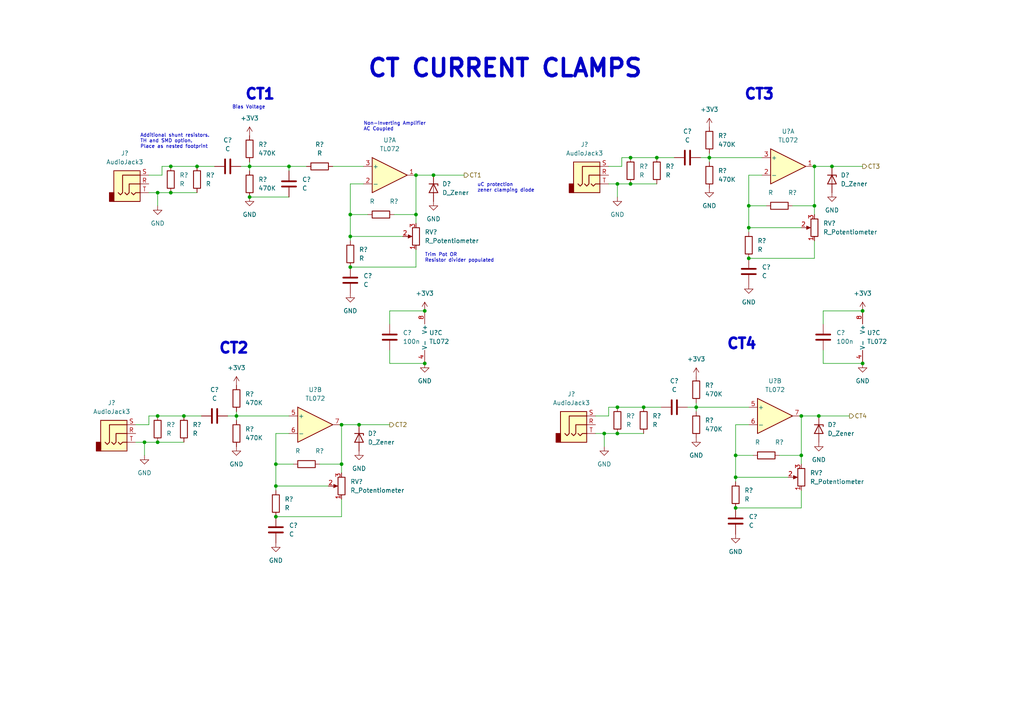
<source format=kicad_sch>
(kicad_sch (version 20211123) (generator eeschema)
  (paper "A4")
  (title_block (title "Awesome Bestest Energy Monitor") (rev "1.0"))
  (lib_symbols
    (symbol "Amplifier_Operational:TL072" (pin_names (offset 0.127))
      (property "Reference" "U" (at 0 5.08 0))
      (property "Value" "TL072" (at 0 -5.08 0))
      (symbol "TL072_1_1"
        (polyline (pts (xy -5.08 5.08) (xy 5.08 0) (xy -5.08 -5.08) (xy -5.08 5.08)) (stroke (width 0.254)) (fill (type background)))
        (pin output line (at 7.62 0 180) (length 2.54) (name "~") (number "1"))
        (pin input line (at -7.62 -2.54 0) (length 2.54) (name "-") (number "2"))
        (pin input line (at -7.62 2.54 0) (length 2.54) (name "+") (number "3"))
      )
      (symbol "TL072_2_1"
        (polyline (pts (xy -5.08 5.08) (xy 5.08 0) (xy -5.08 -5.08) (xy -5.08 5.08)) (stroke (width 0.254)) (fill (type background)))
        (pin input line (at -7.62 2.54 0) (length 2.54) (name "+") (number "5"))
        (pin input line (at -7.62 -2.54 0) (length 2.54) (name "-") (number "6"))
        (pin output line (at 7.62 0 180) (length 2.54) (name "~") (number "7"))
      )
      (symbol "TL072_3_1"
        (pin power_in line (at -2.54 -7.62 90) (length 3.81) (name "V-") (number "4"))
        (pin power_in line (at -2.54 7.62 270) (length 3.81) (name "V+") (number "8"))
      )
    )
    (symbol "Connector:AudioJack3"
      (property "Reference" "J" (at 0 8.89 0))
      (property "Value" "AudioJack3" (at 0 6.35 0))
      (symbol "AudioJack3_0_1"
        (rectangle (start -5.08 -5.08) (end -6.35 -2.54) (stroke (width 0.254)) (fill (type outline)))
        (polyline (pts (xy 0 -2.54) (xy 0.635 -3.175) (xy 1.27 -2.54) (xy 2.54 -2.54)) (stroke (width 0.254)))
        (polyline (pts (xy -1.905 -2.54) (xy -1.27 -3.175) (xy -0.635 -2.54) (xy -0.635 0) (xy 2.54 0)) (stroke (width 0.254)))
        (polyline (pts (xy 2.54 2.54) (xy -2.54 2.54) (xy -2.54 -2.54) (xy -3.175 -3.175) (xy -3.81 -2.54)) (stroke (width 0.254)))
        (rectangle (start 2.54 3.81) (end -5.08 -5.08) (stroke (width 0.254)) (fill (type background)))
      )
      (symbol "AudioJack3_1_1"
        (pin passive line (at 5.08 0 180) (length 2.54) (name "~") (number "R"))
        (pin passive line (at 5.08 2.54 180) (length 2.54) (name "~") (number "S"))
        (pin passive line (at 5.08 -2.54 180) (length 2.54) (name "~") (number "T"))
      )
    )
    (symbol "Device:C" (pin_numbers hide) (pin_names (offset 0.254))
      (property "Reference" "C" (at 0.635 2.54 0))
      (property "Value" "C" (at 0.635 -2.54 0))
      (symbol "C_0_1"
        (polyline (pts (xy -2.032 -0.762) (xy 2.032 -0.762)) (stroke (width 0.508)))
        (polyline (pts (xy -2.032 0.762) (xy 2.032 0.762)) (stroke (width 0.508)))
      )
      (symbol "C_1_1"
        (pin passive line (at 0 3.81 270) (length 2.794) (name "~") (number "1"))
        (pin passive line (at 0 -3.81 90) (length 2.794) (name "~") (number "2"))
      )
    )
    (symbol "Device:D_Zener" (pin_numbers hide) (pin_names (offset 1.016) hide)
      (property "Reference" "D" (at 0 2.54 0))
      (property "Value" "D_Zener" (at 0 -2.54 0))
      (symbol "D_Zener_0_1"
        (polyline (pts (xy 1.27 0) (xy -1.27 0)))
        (polyline (pts (xy -1.27 -1.27) (xy -1.27 1.27) (xy -0.762 1.27)) (stroke (width 0.254)))
        (polyline (pts (xy 1.27 -1.27) (xy 1.27 1.27) (xy -1.27 0) (xy 1.27 -1.27)) (stroke (width 0.254)))
      )
      (symbol "D_Zener_1_1"
        (pin passive line (at -3.81 0 0) (length 2.54) (name "K") (number "1"))
        (pin passive line (at 3.81 0 180) (length 2.54) (name "A") (number "2"))
      )
    )
    (symbol "Device:R" (pin_numbers hide) (pin_names (offset 0))
      (property "Reference" "R" (at 2.032 0 90))
      (property "Value" "R" (at 0 0 90))
      (symbol "R_0_1"
        (rectangle (start -1.016 -2.54) (end 1.016 2.54) (stroke (width 0.254)))
      )
      (symbol "R_1_1"
        (pin passive line (at 0 3.81 270) (length 1.27) (name "~") (number "1"))
        (pin passive line (at 0 -3.81 90) (length 1.27) (name "~") (number "2"))
      )
    )
    (symbol "Device:R_Potentiometer" (pin_names (offset 1.016) hide)
      (property "Reference" "RV" (at -4.445 0 90))
      (property "Value" "R_Potentiometer" (at -2.54 0 90))
      (symbol "R_Potentiometer_0_1"
        (polyline (pts (xy 2.54 0) (xy 1.524 0)))
        (polyline (pts (xy 1.143 0) (xy 2.286 0.508) (xy 2.286 -0.508) (xy 1.143 0)) (fill (type outline)))
        (rectangle (start 1.016 2.54) (end -1.016 -2.54) (stroke (width 0.254)))
      )
      (symbol "R_Potentiometer_1_1"
        (pin passive line (at 0 3.81 270) (length 1.27) (name "1") (number "1"))
        (pin passive line (at 3.81 0 180) (length 1.27) (name "2") (number "2"))
        (pin passive line (at 0 -3.81 90) (length 1.27) (name "3") (number "3"))
      )
    )
    (symbol "power:+3V3" (power) (pin_names (offset 0))
      (property "Value" "+3V3" (at 0 3.556 0))
      (symbol "+3V3_0_1"
        (polyline (pts (xy -0.762 1.27) (xy 0 2.54)))
        (polyline (pts (xy 0 0) (xy 0 2.54)))
        (polyline (pts (xy 0 2.54) (xy 0.762 1.27)))
      )
      (symbol "+3V3_1_1"
        (pin power_in line (at 0 0 90) (length 0) hide (name "+3V3") (number "1"))
      )
    )
    (symbol "power:GND" (power) (pin_names (offset 0))
      (property "Value" "GND" (at 0 -3.81 0))
      (symbol "GND_0_1"
        (polyline (pts (xy 0 0) (xy 0 -1.27) (xy 1.27 -1.27) (xy 0 -2.54) (xy -1.27 -1.27) (xy 0 -1.27)))
      )
      (symbol "GND_1_1"
        (pin power_in line (at 0 0 270) (length 0) hide (name "GND") (number "1"))
      )
    )
  )
  (junction (at 217.17 66.04))
  (junction (at 125.73 50.8))
  (junction (at 190.5 45.72))
  (junction (at 72.39 48.26))
  (junction (at 232.41 132.08))
  (junction (at 45.72 120.65))
  (junction (at 236.22 59.69))
  (junction (at 250.19 90.17))
  (junction (at 104.14 123.19))
  (junction (at 72.39 57.15))
  (junction (at 80.01 140.97))
  (junction (at 99.06 123.19))
  (junction (at 182.88 45.72))
  (junction (at 41.91 128.27))
  (junction (at 250.19 105.41))
  (junction (at 49.53 55.88))
  (junction (at 120.65 62.23))
  (junction (at 186.69 118.11))
  (junction (at 232.41 120.65))
  (junction (at 49.53 48.26))
  (junction (at 237.49 120.65))
  (junction (at 201.93 118.11))
  (junction (at 217.17 59.69))
  (junction (at 45.72 55.88))
  (junction (at 182.88 53.34))
  (junction (at 179.07 53.34))
  (junction (at 45.72 128.27))
  (junction (at 241.3 48.26))
  (junction (at 83.82 48.26))
  (junction (at 99.06 134.62))
  (junction (at 213.36 147.32))
  (junction (at 101.6 68.58))
  (junction (at 57.15 48.26))
  (junction (at 217.17 74.93))
  (junction (at 123.19 105.41))
  (junction (at 101.6 62.23))
  (junction (at 120.65 50.8))
  (junction (at 236.22 48.26))
  (junction (at 179.07 118.11))
  (junction (at 80.01 149.86))
  (junction (at 179.07 125.73))
  (junction (at 80.01 134.62))
  (junction (at 68.58 120.65))
  (junction (at 53.34 120.65))
  (junction (at 213.36 132.08))
  (junction (at 175.26 125.73))
  (junction (at 205.74 45.72))
  (junction (at 213.36 138.43))
  (junction (at 101.6 77.47))
  (junction (at 123.19 90.17))
  (wire (pts (xy 113.03 105.41) (xy 123.19 105.41)))
  (wire (pts (xy 213.36 132.08) (xy 213.36 138.43)))
  (wire (pts (xy 80.01 149.86) (xy 99.06 149.86)))
  (wire (pts (xy 232.41 142.24) (xy 232.41 147.32)))
  (wire (pts (xy 213.36 138.43) (xy 213.36 139.7)))
  (wire (pts (xy 201.93 118.11) (xy 217.17 118.11)))
  (wire (pts (xy 45.72 120.65) (xy 53.34 120.65)))
  (wire (pts (xy 101.6 53.34) (xy 105.41 53.34)))
  (wire (pts (xy 217.17 59.69) (xy 222.25 59.69)))
  (wire (pts (xy 113.03 101.6) (xy 113.03 105.41)))
  (wire (pts (xy 101.6 68.58) (xy 116.84 68.58)))
  (wire (pts (xy 113.03 90.17) (xy 123.19 90.17)))
  (wire (pts (xy 96.52 48.26) (xy 105.41 48.26)))
  (wire (pts (xy 101.6 62.23) (xy 106.68 62.23)))
  (wire (pts (xy 229.87 59.69) (xy 236.22 59.69)))
  (wire (pts (xy 41.91 128.27) (xy 41.91 132.08)))
  (wire (pts (xy 237.49 120.65) (xy 246.38 120.65)))
  (wire (pts (xy 238.76 105.41) (xy 250.19 105.41)))
  (wire (pts (xy 213.36 132.08) (xy 218.44 132.08)))
  (wire (pts (xy 80.01 125.73) (xy 83.82 125.73)))
  (wire (pts (xy 236.22 48.26) (xy 241.3 48.26)))
  (wire (pts (xy 213.36 132.08) (xy 213.36 123.19)))
  (wire (pts (xy 72.39 48.26) (xy 83.82 48.26)))
  (wire (pts (xy 182.88 45.72) (xy 180.34 45.72)))
  (wire (pts (xy 46.99 48.26) (xy 46.99 50.8)))
  (wire (pts (xy 182.88 45.72) (xy 190.5 45.72)))
  (wire (pts (xy 176.53 53.34) (xy 179.07 53.34)))
  (wire (pts (xy 43.18 55.88) (xy 45.72 55.88)))
  (wire (pts (xy 49.53 55.88) (xy 57.15 55.88)))
  (wire (pts (xy 80.01 140.97) (xy 80.01 142.24)))
  (wire (pts (xy 179.07 118.11) (xy 176.53 118.11)))
  (wire (pts (xy 80.01 140.97) (xy 95.25 140.97)))
  (wire (pts (xy 226.06 132.08) (xy 232.41 132.08)))
  (wire (pts (xy 43.18 50.8) (xy 46.99 50.8)))
  (wire (pts (xy 80.01 134.62) (xy 80.01 140.97)))
  (wire (pts (xy 205.74 45.72) (xy 220.98 45.72)))
  (wire (pts (xy 213.36 147.32) (xy 232.41 147.32)))
  (wire (pts (xy 66.04 120.65) (xy 68.58 120.65)))
  (wire (pts (xy 101.6 62.23) (xy 101.6 68.58)))
  (wire (pts (xy 201.93 116.84) (xy 201.93 118.11)))
  (wire (pts (xy 45.72 55.88) (xy 45.72 59.69)))
  (wire (pts (xy 120.65 72.39) (xy 120.65 77.47)))
  (wire (pts (xy 101.6 62.23) (xy 101.6 53.34)))
  (wire (pts (xy 68.58 120.65) (xy 68.58 121.92)))
  (wire (pts (xy 179.07 53.34) (xy 179.07 57.15)))
  (wire (pts (xy 205.74 44.45) (xy 205.74 45.72)))
  (wire (pts (xy 232.41 132.08) (xy 232.41 120.65)))
  (wire (pts (xy 114.3 62.23) (xy 120.65 62.23)))
  (wire (pts (xy 217.17 59.69) (xy 217.17 66.04)))
  (wire (pts (xy 99.06 123.19) (xy 104.14 123.19)))
  (wire (pts (xy 43.18 120.65) (xy 43.18 123.19)))
  (wire (pts (xy 213.36 123.19) (xy 217.17 123.19)))
  (wire (pts (xy 83.82 48.26) (xy 83.82 49.53)))
  (wire (pts (xy 101.6 68.58) (xy 101.6 69.85)))
  (wire (pts (xy 83.82 48.26) (xy 88.9 48.26)))
  (wire (pts (xy 99.06 137.16) (xy 99.06 134.62)))
  (wire (pts (xy 190.5 45.72) (xy 195.58 45.72)))
  (wire (pts (xy 99.06 134.62) (xy 99.06 123.19)))
  (wire (pts (xy 69.85 48.26) (xy 72.39 48.26)))
  (wire (pts (xy 72.39 46.99) (xy 72.39 48.26)))
  (wire (pts (xy 238.76 101.6) (xy 238.76 105.41)))
  (wire (pts (xy 45.72 128.27) (xy 53.34 128.27)))
  (wire (pts (xy 120.65 64.77) (xy 120.65 62.23)))
  (wire (pts (xy 199.39 118.11) (xy 201.93 118.11)))
  (wire (pts (xy 176.53 48.26) (xy 180.34 48.26)))
  (wire (pts (xy 217.17 59.69) (xy 217.17 50.8)))
  (wire (pts (xy 236.22 59.69) (xy 236.22 48.26)))
  (wire (pts (xy 72.39 57.15) (xy 83.82 57.15)))
  (wire (pts (xy 217.17 66.04) (xy 232.41 66.04)))
  (wire (pts (xy 176.53 118.11) (xy 176.53 120.65)))
  (wire (pts (xy 179.07 125.73) (xy 186.69 125.73)))
  (wire (pts (xy 175.26 125.73) (xy 175.26 129.54)))
  (wire (pts (xy 72.39 48.26) (xy 72.39 49.53)))
  (wire (pts (xy 172.72 125.73) (xy 175.26 125.73)))
  (wire (pts (xy 203.2 45.72) (xy 205.74 45.72)))
  (wire (pts (xy 45.72 55.88) (xy 49.53 55.88)))
  (wire (pts (xy 232.41 120.65) (xy 237.49 120.65)))
  (wire (pts (xy 104.14 123.19) (xy 113.03 123.19)))
  (wire (pts (xy 205.74 45.72) (xy 205.74 46.99)))
  (wire (pts (xy 113.03 93.98) (xy 113.03 90.17)))
  (wire (pts (xy 179.07 118.11) (xy 186.69 118.11)))
  (wire (pts (xy 39.37 128.27) (xy 41.91 128.27)))
  (wire (pts (xy 99.06 144.78) (xy 99.06 149.86)))
  (wire (pts (xy 236.22 62.23) (xy 236.22 59.69)))
  (wire (pts (xy 217.17 74.93) (xy 236.22 74.93)))
  (wire (pts (xy 236.22 69.85) (xy 236.22 74.93)))
  (wire (pts (xy 182.88 53.34) (xy 190.5 53.34)))
  (wire (pts (xy 120.65 50.8) (xy 125.73 50.8)))
  (wire (pts (xy 186.69 118.11) (xy 191.77 118.11)))
  (wire (pts (xy 125.73 50.8) (xy 134.62 50.8)))
  (wire (pts (xy 80.01 134.62) (xy 80.01 125.73)))
  (wire (pts (xy 238.76 90.17) (xy 250.19 90.17)))
  (wire (pts (xy 68.58 120.65) (xy 83.82 120.65)))
  (wire (pts (xy 92.71 134.62) (xy 99.06 134.62)))
  (wire (pts (xy 213.36 138.43) (xy 228.6 138.43)))
  (wire (pts (xy 45.72 120.65) (xy 43.18 120.65)))
  (wire (pts (xy 201.93 118.11) (xy 201.93 119.38)))
  (wire (pts (xy 41.91 128.27) (xy 45.72 128.27)))
  (wire (pts (xy 241.3 48.26) (xy 250.19 48.26)))
  (wire (pts (xy 57.15 48.26) (xy 62.23 48.26)))
  (wire (pts (xy 175.26 125.73) (xy 179.07 125.73)))
  (wire (pts (xy 179.07 53.34) (xy 182.88 53.34)))
  (wire (pts (xy 53.34 120.65) (xy 58.42 120.65)))
  (wire (pts (xy 180.34 45.72) (xy 180.34 48.26)))
  (wire (pts (xy 232.41 134.62) (xy 232.41 132.08)))
  (wire (pts (xy 49.53 48.26) (xy 46.99 48.26)))
  (wire (pts (xy 80.01 134.62) (xy 85.09 134.62)))
  (wire (pts (xy 217.17 66.04) (xy 217.17 67.31)))
  (wire (pts (xy 120.65 62.23) (xy 120.65 50.8)))
  (wire (pts (xy 39.37 123.19) (xy 43.18 123.19)))
  (wire (pts (xy 101.6 77.47) (xy 120.65 77.47)))
  (wire (pts (xy 172.72 120.65) (xy 176.53 120.65)))
  (wire (pts (xy 238.76 93.98) (xy 238.76 90.17)))
  (wire (pts (xy 68.58 119.38) (xy 68.58 120.65)))
  (wire (pts (xy 49.53 48.26) (xy 57.15 48.26)))
  (wire (pts (xy 217.17 50.8) (xy 220.98 50.8)))
  (text "Additional shunt resistors. \nTH and SMD option. \nPlace as nested footprint" (at 40.64 43.18 0) (effects (font (size 1 1)) (justify left bottom)))
  (text "uC protection\nzener clamping diode" (at 138.43 55.88 0) (effects (font (size 1 1)) (justify left bottom)))
  (text "Trim Pot OR \nResistor divider populated" (at 123.19 76.2 0) (effects (font (size 1 1)) (justify left bottom)))
  (text "CT4" (at 219.71 101.6 180) (effects (font (size 3 3) (thickness 1) bold) (justify right bottom)))
  (text "CT CURRENT CLAMPS" (at 186.69 22.86 180) (effects (font (size 5 5) (thickness 1) bold) (justify right bottom)))
  (text "CT1" (at 80.01 29.21 180) (effects (font (size 3 3) (thickness 1) bold) (justify right bottom)))
  (text "Bias Voltage" (at 67.31 31.75 0) (effects (font (size 1 1)) (justify left bottom)))
  (text "Non-Inverting Amplifier\nAC Coupled" (at 105.41 38.1 0) (effects (font (size 1 1)) (justify left bottom)))
  (text "CT2" (at 72.39 102.87 180) (effects (font (size 3 3) (thickness 1) bold) (justify right bottom)))
  (text "CT3" (at 224.79 29.21 180) (effects (font (size 3 3) (thickness 1) bold) (justify right bottom)))
  (hierarchical_label "CT2" (shape output) (at 113.03 123.19 0))
  (hierarchical_label "CT1" (shape output) (at 134.62 50.8 0))
  (hierarchical_label "CT3" (shape output) (at 250.19 48.26 0))
  (hierarchical_label "CT4" (shape output) (at 246.38 120.65 0))
  (symbol (lib_id "Device:R") (at 213.36 143.51 0) (unit 1)
    (property "Reference" "R?" (at 215.9 142.2399 0) (effects (justify left)))
    (property "Value" "R" (at 215.9 144.7799 0) (effects (justify left)))
    (property "Footprint" "Resistor_SMD:R_0603_1608Metric_Pad0.98x0.95mm_HandSolder" (effects hide))
  )
  (symbol (lib_id "Device:R") (at 201.93 113.03 0) (unit 1)
    (property "Reference" "R?" (at 204.47 111.7599 0) (effects (justify left)))
    (property "Value" "470K" (at 204.47 114.2999 0) (effects (justify left)))
    (property "Footprint" "Resistor_SMD:R_0603_1608Metric_Pad0.98x0.95mm_HandSolder" (effects hide))
  )
  (symbol (lib_id "Device:C") (at 199.39 45.72 90) (unit 1)
    (property "Reference" "C?" (at 199.39 38.1 90))
    (property "Value" "C" (at 199.39 40.64 90))
    (property "Footprint" "Capacitor_SMD:C_0603_1608Metric_Pad1.08x0.95mm_HandSolder" (effects hide))
  )
  (symbol (lib_id "power:GND") (at 213.36 154.94 0) (unit 1)
    (property "Reference" "#PWR?" (effects hide))
    (property "Value" "GND" (at 213.36 160.02 0))
  )
  (symbol (lib_id "Amplifier_Operational:TL072") (at 113.03 50.8 0) (unit 1)
    (property "Reference" "U?" (at 113.03 40.64 0))
    (property "Value" "TL072" (at 113.03 43.18 0))
    (property "Datasheet" "http://www.ti.com/lit/ds/symlink/tl071.pdf" (effects hide))
  )
  (symbol (lib_id "Connector:AudioJack3") (at 171.45 50.8 0) (unit 1)
    (property "Reference" "J?" (at 169.545 41.91 0))
    (property "Value" "AudioJack3" (at 169.545 44.45 0))
  )
  (symbol (lib_id "Device:R") (at 101.6 73.66 0) (unit 1)
    (property "Reference" "R?" (at 104.14 72.3899 0) (effects (justify left)))
    (property "Value" "R" (at 104.14 74.9299 0) (effects (justify left)))
    (property "Footprint" "Resistor_SMD:R_0603_1608Metric_Pad0.98x0.95mm_HandSolder" (effects hide))
  )
  (symbol (lib_id "power:GND") (at 41.91 132.08 0) (unit 1)
    (property "Reference" "#PWR?" (effects hide))
    (property "Value" "GND" (at 41.91 137.16 0))
  )
  (symbol (lib_id "power:+3V3") (at 123.19 90.17 0) (unit 1)
    (property "Reference" "#PWR?" (effects hide))
    (property "Value" "+3V3" (at 123.19 85.09 0))
  )
  (symbol (lib_id "power:GND") (at 101.6 85.09 0) (unit 1)
    (property "Reference" "#PWR?" (effects hide))
    (property "Value" "GND" (at 101.6 90.17 0))
  )
  (symbol (lib_id "power:GND") (at 241.3 55.88 0) (unit 1)
    (property "Reference" "#PWR?" (effects hide))
    (property "Value" "GND" (at 241.3 60.96 0))
  )
  (symbol (lib_id "power:GND") (at 237.49 128.27 0) (unit 1)
    (property "Reference" "#PWR?" (effects hide))
    (property "Value" "GND" (at 237.49 133.35 0))
  )
  (symbol (lib_id "Device:R") (at 190.5 49.53 0) (unit 1)
    (property "Reference" "R?" (at 193.04 48.2599 0) (effects (justify left)))
    (property "Value" "R" (at 193.04 50.7999 0) (effects (justify left)))
    (property "Footprint" "Resistor_SMD:R_1210_3225Metric_Pad1.30x2.65mm_HandSolder" (effects hide))
  )
  (symbol (lib_id "power:GND") (at 217.17 82.55 0) (unit 1)
    (property "Reference" "#PWR?" (effects hide))
    (property "Value" "GND" (at 217.17 87.63 0))
  )
  (symbol (lib_id "Connector:AudioJack3") (at 167.64 123.19 0) (unit 1)
    (property "Reference" "J?" (at 165.735 114.3 0))
    (property "Value" "AudioJack3" (at 165.735 116.84 0))
  )
  (symbol (lib_id "power:GND") (at 68.58 129.54 0) (unit 1)
    (property "Reference" "#PWR?" (effects hide))
    (property "Value" "GND" (at 68.58 134.62 0))
  )
  (symbol (lib_id "Device:R") (at 186.69 121.92 0) (unit 1)
    (property "Reference" "R?" (at 189.23 120.6499 0) (effects (justify left)))
    (property "Value" "R" (at 189.23 123.1899 0) (effects (justify left)))
    (property "Footprint" "Resistor_SMD:R_1210_3225Metric_Pad1.30x2.65mm_HandSolder" (effects hide))
  )
  (symbol (lib_id "power:GND") (at 201.93 127 0) (unit 1)
    (property "Reference" "#PWR?" (effects hide))
    (property "Value" "GND" (at 201.93 132.08 0))
  )
  (symbol (lib_id "power:GND") (at 205.74 54.61 0) (unit 1)
    (property "Reference" "#PWR?" (effects hide))
    (property "Value" "GND" (at 205.74 59.69 0))
  )
  (symbol (lib_id "power:+3V3") (at 72.39 39.37 0) (unit 1)
    (property "Reference" "#PWR?" (effects hide))
    (property "Value" "+3V3" (at 72.39 34.29 0))
  )
  (symbol (lib_id "Device:C") (at 62.23 120.65 90) (unit 1)
    (property "Reference" "C?" (at 62.23 113.03 90))
    (property "Value" "C" (at 62.23 115.57 90))
    (property "Footprint" "Capacitor_SMD:C_0603_1608Metric_Pad1.08x0.95mm_HandSolder" (effects hide))
  )
  (symbol (lib_id "Device:C") (at 66.04 48.26 90) (unit 1)
    (property "Reference" "C?" (at 66.04 40.64 90))
    (property "Value" "C" (at 66.04 43.18 90))
    (property "Footprint" "Capacitor_SMD:C_0603_1608Metric_Pad1.08x0.95mm_HandSolder" (effects hide))
  )
  (symbol (lib_id "Device:R") (at 205.74 50.8 0) (unit 1)
    (property "Reference" "R?" (at 208.28 49.5299 0) (effects (justify left)))
    (property "Value" "470K" (at 208.28 52.0699 0) (effects (justify left)))
    (property "Footprint" "Resistor_SMD:R_0603_1608Metric_Pad0.98x0.95mm_HandSolder" (effects hide))
  )
  (symbol (lib_id "power:+3V3") (at 201.93 109.22 0) (unit 1)
    (property "Reference" "#PWR?" (effects hide))
    (property "Value" "+3V3" (at 201.93 104.14 0))
  )
  (symbol (lib_id "Device:R") (at 57.15 52.07 0) (unit 1)
    (property "Reference" "R?" (at 59.69 50.7999 0) (effects (justify left)))
    (property "Value" "R" (at 59.69 53.3399 0) (effects (justify left)))
    (property "Footprint" "Resistor_SMD:R_1210_3225Metric_Pad1.30x2.65mm_HandSolder" (effects hide))
  )
  (symbol (lib_id "Device:R") (at 201.93 123.19 0) (unit 1)
    (property "Reference" "R?" (at 204.47 121.9199 0) (effects (justify left)))
    (property "Value" "470K" (at 204.47 124.4599 0) (effects (justify left)))
    (property "Footprint" "Resistor_SMD:R_0603_1608Metric_Pad0.98x0.95mm_HandSolder" (effects hide))
  )
  (symbol (lib_id "power:GND") (at 250.19 105.41 0) (unit 1)
    (property "Reference" "#PWR?" (effects hide))
    (property "Value" "GND" (at 250.19 110.49 0))
  )
  (symbol (lib_id "Device:R") (at 80.01 146.05 0) (unit 1)
    (property "Reference" "R?" (at 82.55 144.7799 0) (effects (justify left)))
    (property "Value" "R" (at 82.55 147.3199 0) (effects (justify left)))
    (property "Footprint" "Resistor_SMD:R_0603_1608Metric_Pad0.98x0.95mm_HandSolder" (effects hide))
  )
  (symbol (lib_id "power:GND") (at 80.01 157.48 0) (unit 1)
    (property "Reference" "#PWR?" (effects hide))
    (property "Value" "GND" (at 80.01 162.56 0))
  )
  (symbol (lib_id "Device:R") (at 92.71 48.26 90) (unit 1)
    (property "Reference" "R?" (at 92.71 41.91 90))
    (property "Value" "R" (at 92.71 44.45 90))
    (property "Footprint" "Resistor_SMD:R_0603_1608Metric_Pad0.98x0.95mm_HandSolder" (effects hide))
  )
  (symbol (lib_id "Device:R") (at 72.39 53.34 0) (unit 1)
    (property "Reference" "R?" (at 74.93 52.0699 0) (effects (justify left)))
    (property "Value" "470K" (at 74.93 54.6099 0) (effects (justify left)))
    (property "Footprint" "Resistor_SMD:R_0603_1608Metric_Pad0.98x0.95mm_HandSolder" (effects hide))
  )
  (symbol (lib_id "power:+3V3") (at 205.74 36.83 0) (unit 1)
    (property "Reference" "#PWR?" (effects hide))
    (property "Value" "+3V3" (at 205.74 31.75 0))
  )
  (symbol (lib_id "Device:R") (at 45.72 124.46 0) (unit 1)
    (property "Reference" "R?" (at 48.26 123.1899 0) (effects (justify left)))
    (property "Value" "R" (at 48.26 125.7299 0) (effects (justify left)))
    (property "Footprint" "Resistor_THT:R_Axial_DIN0207_L6.3mm_D2.5mm_P10.16mm_Horizontal" (effects hide))
  )
  (symbol (lib_id "Device:R_Potentiometer") (at 120.65 68.58 180) (unit 1)
    (property "Reference" "RV?" (at 123.19 67.3099 0) (effects (justify right)))
    (property "Value" "R_Potentiometer" (at 123.19 69.8499 0) (effects (justify right)))
  )
  (symbol (lib_id "Device:R") (at 68.58 115.57 0) (unit 1)
    (property "Reference" "R?" (at 71.12 114.2999 0) (effects (justify left)))
    (property "Value" "470K" (at 71.12 116.8399 0) (effects (justify left)))
    (property "Footprint" "Resistor_SMD:R_0603_1608Metric_Pad0.98x0.95mm_HandSolder" (effects hide))
  )
  (symbol (lib_id "Device:D_Zener") (at 237.49 124.46 270) (unit 1)
    (property "Reference" "D?" (at 240.03 123.1899 90) (effects (justify left)))
    (property "Value" "D_Zener" (at 240.03 125.7299 90) (effects (justify left)))
  )
  (symbol (lib_id "Device:C") (at 80.01 153.67 180) (unit 1)
    (property "Reference" "C?" (at 83.82 152.3999 0) (effects (justify right)))
    (property "Value" "C" (at 83.82 154.9399 0) (effects (justify right)))
    (property "Footprint" "Capacitor_SMD:C_0603_1608Metric_Pad1.08x0.95mm_HandSolder" (effects hide))
  )
  (symbol (lib_id "Device:R") (at 222.25 132.08 90) (unit 1)
    (property "Reference" "R?" (at 226.06 128.27 90))
    (property "Value" "R" (at 219.71 128.27 90))
    (property "Footprint" "Resistor_SMD:R_0603_1608Metric_Pad0.98x0.95mm_HandSolder" (effects hide))
  )
  (symbol (lib_id "power:+3V3") (at 68.58 111.76 0) (unit 1)
    (property "Reference" "#PWR?" (effects hide))
    (property "Value" "+3V3" (at 68.58 106.68 0))
  )
  (symbol (lib_id "Device:R") (at 179.07 121.92 0) (unit 1)
    (property "Reference" "R?" (at 181.61 120.6499 0) (effects (justify left)))
    (property "Value" "R" (at 181.61 123.1899 0) (effects (justify left)))
    (property "Footprint" "Resistor_THT:R_Axial_DIN0207_L6.3mm_D2.5mm_P10.16mm_Horizontal" (effects hide))
  )
  (symbol (lib_id "power:GND") (at 72.39 57.15 0) (unit 1)
    (property "Reference" "#PWR?" (effects hide))
    (property "Value" "GND" (at 72.39 62.23 0))
  )
  (symbol (lib_id "power:+3V3") (at 250.19 90.17 0) (unit 1)
    (property "Reference" "#PWR?" (effects hide))
    (property "Value" "+3V3" (at 250.19 85.09 0))
  )
  (symbol (lib_id "power:GND") (at 175.26 129.54 0) (unit 1)
    (property "Reference" "#PWR?" (effects hide))
    (property "Value" "GND" (at 175.26 134.62 0))
  )
  (symbol (lib_id "Device:R_Potentiometer") (at 232.41 138.43 180) (unit 1)
    (property "Reference" "RV?" (at 234.95 137.1599 0) (effects (justify right)))
    (property "Value" "R_Potentiometer" (at 234.95 139.6999 0) (effects (justify right)))
  )
  (symbol (lib_id "power:GND") (at 123.19 105.41 0) (unit 1)
    (property "Reference" "#PWR?" (effects hide))
    (property "Value" "GND" (at 123.19 110.49 0))
  )
  (symbol (lib_id "Device:C") (at 213.36 151.13 180) (unit 1)
    (property "Reference" "C?" (at 217.17 149.8599 0) (effects (justify right)))
    (property "Value" "C" (at 217.17 152.3999 0) (effects (justify right)))
    (property "Footprint" "Capacitor_SMD:C_0603_1608Metric_Pad1.08x0.95mm_HandSolder" (effects hide))
  )
  (symbol (lib_id "power:GND") (at 104.14 130.81 0) (unit 1)
    (property "Reference" "#PWR?" (effects hide))
    (property "Value" "GND" (at 104.14 135.89 0))
  )
  (symbol (lib_id "Device:R") (at 49.53 52.07 0) (unit 1)
    (property "Reference" "R?" (at 52.07 50.7999 0) (effects (justify left)))
    (property "Value" "R" (at 52.07 53.3399 0) (effects (justify left)))
    (property "Footprint" "Resistor_THT:R_Axial_DIN0207_L6.3mm_D2.5mm_P10.16mm_Horizontal" (effects hide))
  )
  (symbol (lib_id "Device:C") (at 217.17 78.74 180) (unit 1)
    (property "Reference" "C?" (at 220.98 77.4699 0) (effects (justify right)))
    (property "Value" "C" (at 220.98 80.0099 0) (effects (justify right)))
    (property "Footprint" "Capacitor_SMD:C_0603_1608Metric_Pad1.08x0.95mm_HandSolder" (effects hide))
  )
  (symbol (lib_id "Device:R_Potentiometer") (at 236.22 66.04 180) (unit 1)
    (property "Reference" "RV?" (at 238.76 64.7699 0) (effects (justify right)))
    (property "Value" "R_Potentiometer" (at 238.76 67.3099 0) (effects (justify right)))
  )
  (symbol (lib_id "Device:R") (at 72.39 43.18 0) (unit 1)
    (property "Reference" "R?" (at 74.93 41.9099 0) (effects (justify left)))
    (property "Value" "470K" (at 74.93 44.4499 0) (effects (justify left)))
    (property "Footprint" "Resistor_SMD:R_0603_1608Metric_Pad0.98x0.95mm_HandSolder" (effects hide))
  )
  (symbol (lib_id "Device:D_Zener") (at 241.3 52.07 270) (unit 1)
    (property "Reference" "D?" (at 243.84 50.7999 90) (effects (justify left)))
    (property "Value" "D_Zener" (at 243.84 53.3399 90) (effects (justify left)))
  )
  (symbol (lib_id "Amplifier_Operational:TL072") (at 228.6 48.26 0) (unit 1)
    (property "Reference" "U?" (at 228.6 38.1 0))
    (property "Value" "TL072" (at 228.6 40.64 0))
    (property "Datasheet" "http://www.ti.com/lit/ds/symlink/tl071.pdf" (effects hide))
  )
  (symbol (lib_id "Connector:AudioJack3") (at 34.29 125.73 0) (unit 1)
    (property "Reference" "J?" (at 32.385 116.84 0))
    (property "Value" "AudioJack3" (at 32.385 119.38 0))
  )
  (symbol (lib_id "Device:R_Potentiometer") (at 99.06 140.97 180) (unit 1)
    (property "Reference" "RV?" (at 101.6 139.6999 0) (effects (justify right)))
    (property "Value" "R_Potentiometer" (at 101.6 142.2399 0) (effects (justify right)))
  )
  (symbol (lib_id "Device:R") (at 205.74 40.64 0) (unit 1)
    (property "Reference" "R?" (at 208.28 39.3699 0) (effects (justify left)))
    (property "Value" "470K" (at 208.28 41.9099 0) (effects (justify left)))
    (property "Footprint" "Resistor_SMD:R_0603_1608Metric_Pad0.98x0.95mm_HandSolder" (effects hide))
  )
  (symbol (lib_id "Device:R") (at 110.49 62.23 90) (unit 1)
    (property "Reference" "R?" (at 114.3 58.42 90))
    (property "Value" "R" (at 107.95 58.42 90))
    (property "Footprint" "Resistor_SMD:R_0603_1608Metric_Pad0.98x0.95mm_HandSolder" (effects hide))
  )
  (symbol (lib_id "Device:D_Zener") (at 104.14 127 270) (unit 1)
    (property "Reference" "D?" (at 106.68 125.7299 90) (effects (justify left)))
    (property "Value" "D_Zener" (at 106.68 128.2699 90) (effects (justify left)))
  )
  (symbol (lib_id "Connector:AudioJack3") (at 38.1 53.34 0) (unit 1)
    (property "Reference" "J?" (at 36.195 44.45 0))
    (property "Value" "AudioJack3" (at 36.195 46.99 0))
  )
  (symbol (lib_id "Device:C") (at 113.03 97.79 0) (unit 1)
    (property "Reference" "C?" (at 116.84 96.5199 0) (effects (justify left)))
    (property "Value" "100n" (at 116.84 99.0599 0) (effects (justify left)))
    (property "Footprint" "Capacitor_SMD:C_0603_1608Metric_Pad1.08x0.95mm_HandSolder" (effects hide))
  )
  (symbol (lib_id "power:GND") (at 45.72 59.69 0) (unit 1)
    (property "Reference" "#PWR?" (effects hide))
    (property "Value" "GND" (at 45.72 64.77 0))
  )
  (symbol (lib_id "Amplifier_Operational:TL072") (at 224.79 120.65 0) (unit 2)
    (property "Reference" "U?" (at 224.79 110.49 0))
    (property "Value" "TL072" (at 224.79 113.03 0))
    (property "Datasheet" "http://www.ti.com/lit/ds/symlink/tl071.pdf" (effects hide))
  )
  (symbol (lib_id "Device:C") (at 83.82 53.34 0) (unit 1)
    (property "Reference" "C?" (at 87.63 52.0699 0) (effects (justify left)))
    (property "Value" "C" (at 87.63 54.6099 0) (effects (justify left)))
    (property "Footprint" "Capacitor_SMD:C_0603_1608Metric_Pad1.08x0.95mm_HandSolder" (effects hide))
  )
  (symbol (lib_id "Device:R") (at 53.34 124.46 0) (unit 1)
    (property "Reference" "R?" (at 55.88 123.1899 0) (effects (justify left)))
    (property "Value" "R" (at 55.88 125.7299 0) (effects (justify left)))
    (property "Footprint" "Resistor_SMD:R_1210_3225Metric_Pad1.30x2.65mm_HandSolder" (effects hide))
  )
  (symbol (lib_id "Amplifier_Operational:TL072") (at 252.73 97.79 0) (unit 3)
    (property "Reference" "U?" (at 251.46 96.5199 0) (effects (justify left)))
    (property "Value" "TL072" (at 251.46 99.0599 0) (effects (justify left)))
    (property "Datasheet" "http://www.ti.com/lit/ds/symlink/tl071.pdf" (effects hide))
  )
  (symbol (lib_id "Amplifier_Operational:TL072") (at 125.73 97.79 0) (unit 3)
    (property "Reference" "U?" (at 124.46 96.5199 0) (effects (justify left)))
    (property "Value" "TL072" (at 124.46 99.0599 0) (effects (justify left)))
    (property "Datasheet" "http://www.ti.com/lit/ds/symlink/tl071.pdf" (effects hide))
  )
  (symbol (lib_id "Device:C") (at 238.76 97.79 0) (unit 1)
    (property "Reference" "C?" (at 242.57 96.5199 0) (effects (justify left)))
    (property "Value" "100n" (at 242.57 99.0599 0) (effects (justify left)))
    (property "Footprint" "Capacitor_SMD:C_0603_1608Metric_Pad1.08x0.95mm_HandSolder" (effects hide))
  )
  (symbol (lib_id "Device:R") (at 226.06 59.69 90) (unit 1)
    (property "Reference" "R?" (at 229.87 55.88 90))
    (property "Value" "R" (at 223.52 55.88 90))
    (property "Footprint" "Resistor_SMD:R_0603_1608Metric_Pad0.98x0.95mm_HandSolder" (effects hide))
  )
  (symbol (lib_id "Device:R") (at 88.9 134.62 90) (unit 1)
    (property "Reference" "R?" (at 92.71 130.81 90))
    (property "Value" "R" (at 86.36 130.81 90))
    (property "Footprint" "Resistor_SMD:R_0603_1608Metric_Pad0.98x0.95mm_HandSolder" (effects hide))
  )
  (symbol (lib_id "Device:R") (at 68.58 125.73 0) (unit 1)
    (property "Reference" "R?" (at 71.12 124.4599 0) (effects (justify left)))
    (property "Value" "470K" (at 71.12 126.9999 0) (effects (justify left)))
    (property "Footprint" "Resistor_SMD:R_0603_1608Metric_Pad0.98x0.95mm_HandSolder" (effects hide))
  )
  (symbol (lib_id "Device:D_Zener") (at 125.73 54.61 270) (unit 1)
    (property "Reference" "D?" (at 128.27 53.3399 90) (effects (justify left)))
    (property "Value" "D_Zener" (at 128.27 55.8799 90) (effects (justify left)))
  )
  (symbol (lib_id "Amplifier_Operational:TL072") (at 91.44 123.19 0) (unit 2)
    (property "Reference" "U?" (at 91.44 113.03 0))
    (property "Value" "TL072" (at 91.44 115.57 0))
    (property "Datasheet" "http://www.ti.com/lit/ds/symlink/tl071.pdf" (effects hide))
  )
  (symbol (lib_id "Device:C") (at 195.58 118.11 90) (unit 1)
    (property "Reference" "C?" (at 195.58 110.49 90))
    (property "Value" "C" (at 195.58 113.03 90))
    (property "Footprint" "Capacitor_SMD:C_0603_1608Metric_Pad1.08x0.95mm_HandSolder" (effects hide))
  )
  (symbol (lib_id "Device:R") (at 182.88 49.53 0) (unit 1)
    (property "Reference" "R?" (at 185.42 48.2599 0) (effects (justify left)))
    (property "Value" "R" (at 185.42 50.7999 0) (effects (justify left)))
    (property "Footprint" "Resistor_THT:R_Axial_DIN0207_L6.3mm_D2.5mm_P10.16mm_Horizontal" (effects hide))
  )
  (symbol (lib_id "Device:C") (at 101.6 81.28 180) (unit 1)
    (property "Reference" "C?" (at 105.41 80.0099 0) (effects (justify right)))
    (property "Value" "C" (at 105.41 82.5499 0) (effects (justify right)))
    (property "Footprint" "Capacitor_SMD:C_0603_1608Metric_Pad1.08x0.95mm_HandSolder" (effects hide))
  )
  (symbol (lib_id "power:GND") (at 179.07 57.15 0) (unit 1)
    (property "Reference" "#PWR?" (effects hide))
    (property "Value" "GND" (at 179.07 62.23 0))
  )
  (symbol (lib_id "Device:R") (at 217.17 71.12 0) (unit 1)
    (property "Reference" "R?" (at 219.71 69.8499 0) (effects (justify left)))
    (property "Value" "R" (at 219.71 72.3899 0) (effects (justify left)))
    (property "Footprint" "Resistor_SMD:R_0603_1608Metric_Pad0.98x0.95mm_HandSolder" (effects hide))
  )
  (symbol (lib_id "power:GND") (at 125.73 58.42 0) (unit 1)
    (property "Reference" "#PWR?" (effects hide))
    (property "Value" "GND" (at 125.73 63.5 0))
  )
)
</source>
